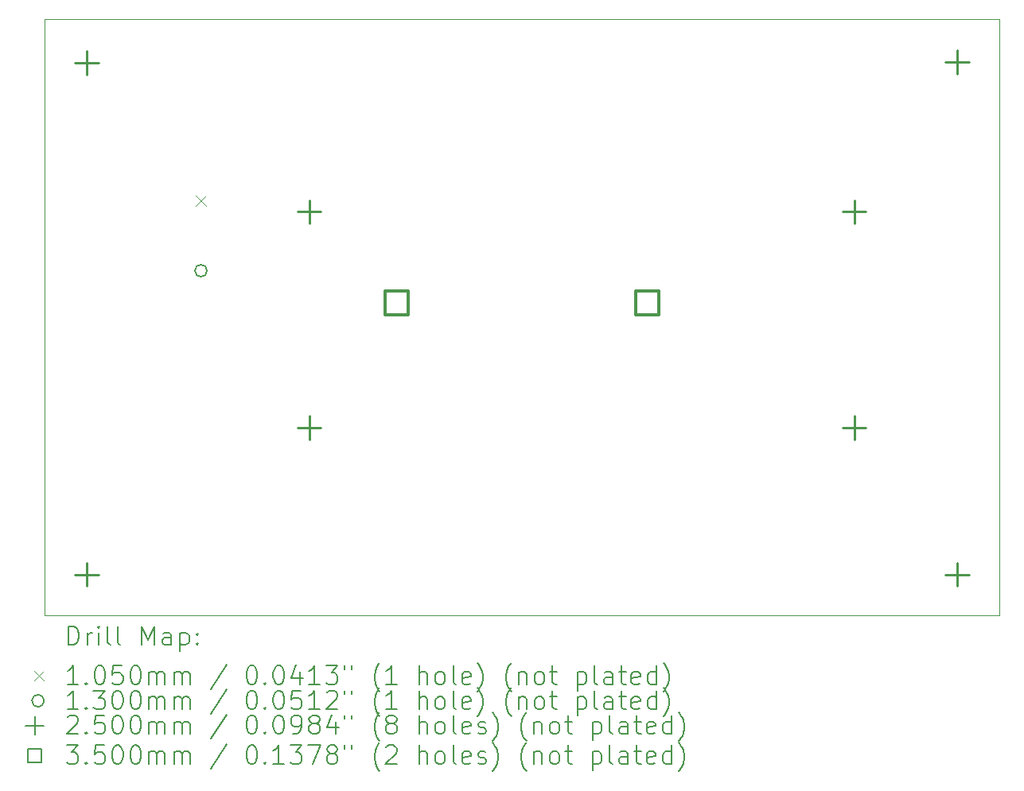
<source format=gbr>
%TF.GenerationSoftware,KiCad,Pcbnew,(6.0.7-1)-1*%
%TF.CreationDate,2023-01-21T15:23:19-06:00*%
%TF.ProjectId,Neutro_v1,4e657574-726f-45f7-9631-2e6b69636164,v1*%
%TF.SameCoordinates,Original*%
%TF.FileFunction,Drillmap*%
%TF.FilePolarity,Positive*%
%FSLAX45Y45*%
G04 Gerber Fmt 4.5, Leading zero omitted, Abs format (unit mm)*
G04 Created by KiCad (PCBNEW (6.0.7-1)-1) date 2023-01-21 15:23:19*
%MOMM*%
%LPD*%
G01*
G04 APERTURE LIST*
%ADD10C,0.100000*%
%ADD11C,0.200000*%
%ADD12C,0.105000*%
%ADD13C,0.130000*%
%ADD14C,0.250000*%
%ADD15C,0.350000*%
G04 APERTURE END LIST*
D10*
X10160000Y-6985000D02*
X20320000Y-6985000D01*
X20320000Y-6985000D02*
X20320000Y-13335000D01*
X20320000Y-13335000D02*
X10160000Y-13335000D01*
X10160000Y-13335000D02*
X10160000Y-6985000D01*
D11*
D12*
X11771200Y-8866210D02*
X11876200Y-8971210D01*
X11876200Y-8866210D02*
X11771200Y-8971210D01*
D13*
X11888700Y-9663710D02*
G75*
G03*
X11888700Y-9663710I-65000J0D01*
G01*
D14*
X10610000Y-7325000D02*
X10610000Y-7575000D01*
X10485000Y-7450000D02*
X10735000Y-7450000D01*
X10610000Y-12775000D02*
X10610000Y-13025000D01*
X10485000Y-12900000D02*
X10735000Y-12900000D01*
X12975000Y-8910800D02*
X12975000Y-9160800D01*
X12850000Y-9035800D02*
X13100000Y-9035800D01*
X12975000Y-11210800D02*
X12975000Y-11460800D01*
X12850000Y-11335800D02*
X13100000Y-11335800D01*
X18775000Y-8910800D02*
X18775000Y-9160800D01*
X18650000Y-9035800D02*
X18900000Y-9035800D01*
X18775000Y-11210800D02*
X18775000Y-11460800D01*
X18650000Y-11335800D02*
X18900000Y-11335800D01*
X19870000Y-7315000D02*
X19870000Y-7565000D01*
X19745000Y-7440000D02*
X19995000Y-7440000D01*
X19870000Y-12775000D02*
X19870000Y-13025000D01*
X19745000Y-12900000D02*
X19995000Y-12900000D01*
D15*
X14030245Y-10131345D02*
X14030245Y-9883855D01*
X13782755Y-9883855D01*
X13782755Y-10131345D01*
X14030245Y-10131345D01*
X16697245Y-10131345D02*
X16697245Y-9883855D01*
X16449755Y-9883855D01*
X16449755Y-10131345D01*
X16697245Y-10131345D01*
D11*
X10412619Y-13650476D02*
X10412619Y-13450476D01*
X10460238Y-13450476D01*
X10488810Y-13460000D01*
X10507857Y-13479048D01*
X10517381Y-13498095D01*
X10526905Y-13536190D01*
X10526905Y-13564762D01*
X10517381Y-13602857D01*
X10507857Y-13621905D01*
X10488810Y-13640952D01*
X10460238Y-13650476D01*
X10412619Y-13650476D01*
X10612619Y-13650476D02*
X10612619Y-13517143D01*
X10612619Y-13555238D02*
X10622143Y-13536190D01*
X10631667Y-13526667D01*
X10650714Y-13517143D01*
X10669762Y-13517143D01*
X10736429Y-13650476D02*
X10736429Y-13517143D01*
X10736429Y-13450476D02*
X10726905Y-13460000D01*
X10736429Y-13469524D01*
X10745952Y-13460000D01*
X10736429Y-13450476D01*
X10736429Y-13469524D01*
X10860238Y-13650476D02*
X10841190Y-13640952D01*
X10831667Y-13621905D01*
X10831667Y-13450476D01*
X10965000Y-13650476D02*
X10945952Y-13640952D01*
X10936429Y-13621905D01*
X10936429Y-13450476D01*
X11193571Y-13650476D02*
X11193571Y-13450476D01*
X11260238Y-13593333D01*
X11326905Y-13450476D01*
X11326905Y-13650476D01*
X11507857Y-13650476D02*
X11507857Y-13545714D01*
X11498333Y-13526667D01*
X11479286Y-13517143D01*
X11441190Y-13517143D01*
X11422143Y-13526667D01*
X11507857Y-13640952D02*
X11488809Y-13650476D01*
X11441190Y-13650476D01*
X11422143Y-13640952D01*
X11412619Y-13621905D01*
X11412619Y-13602857D01*
X11422143Y-13583809D01*
X11441190Y-13574286D01*
X11488809Y-13574286D01*
X11507857Y-13564762D01*
X11603095Y-13517143D02*
X11603095Y-13717143D01*
X11603095Y-13526667D02*
X11622143Y-13517143D01*
X11660238Y-13517143D01*
X11679286Y-13526667D01*
X11688809Y-13536190D01*
X11698333Y-13555238D01*
X11698333Y-13612381D01*
X11688809Y-13631428D01*
X11679286Y-13640952D01*
X11660238Y-13650476D01*
X11622143Y-13650476D01*
X11603095Y-13640952D01*
X11784048Y-13631428D02*
X11793571Y-13640952D01*
X11784048Y-13650476D01*
X11774524Y-13640952D01*
X11784048Y-13631428D01*
X11784048Y-13650476D01*
X11784048Y-13526667D02*
X11793571Y-13536190D01*
X11784048Y-13545714D01*
X11774524Y-13536190D01*
X11784048Y-13526667D01*
X11784048Y-13545714D01*
D12*
X10050000Y-13927500D02*
X10155000Y-14032500D01*
X10155000Y-13927500D02*
X10050000Y-14032500D01*
D11*
X10517381Y-14070476D02*
X10403095Y-14070476D01*
X10460238Y-14070476D02*
X10460238Y-13870476D01*
X10441190Y-13899048D01*
X10422143Y-13918095D01*
X10403095Y-13927619D01*
X10603095Y-14051428D02*
X10612619Y-14060952D01*
X10603095Y-14070476D01*
X10593571Y-14060952D01*
X10603095Y-14051428D01*
X10603095Y-14070476D01*
X10736429Y-13870476D02*
X10755476Y-13870476D01*
X10774524Y-13880000D01*
X10784048Y-13889524D01*
X10793571Y-13908571D01*
X10803095Y-13946667D01*
X10803095Y-13994286D01*
X10793571Y-14032381D01*
X10784048Y-14051428D01*
X10774524Y-14060952D01*
X10755476Y-14070476D01*
X10736429Y-14070476D01*
X10717381Y-14060952D01*
X10707857Y-14051428D01*
X10698333Y-14032381D01*
X10688810Y-13994286D01*
X10688810Y-13946667D01*
X10698333Y-13908571D01*
X10707857Y-13889524D01*
X10717381Y-13880000D01*
X10736429Y-13870476D01*
X10984048Y-13870476D02*
X10888810Y-13870476D01*
X10879286Y-13965714D01*
X10888810Y-13956190D01*
X10907857Y-13946667D01*
X10955476Y-13946667D01*
X10974524Y-13956190D01*
X10984048Y-13965714D01*
X10993571Y-13984762D01*
X10993571Y-14032381D01*
X10984048Y-14051428D01*
X10974524Y-14060952D01*
X10955476Y-14070476D01*
X10907857Y-14070476D01*
X10888810Y-14060952D01*
X10879286Y-14051428D01*
X11117381Y-13870476D02*
X11136429Y-13870476D01*
X11155476Y-13880000D01*
X11165000Y-13889524D01*
X11174524Y-13908571D01*
X11184048Y-13946667D01*
X11184048Y-13994286D01*
X11174524Y-14032381D01*
X11165000Y-14051428D01*
X11155476Y-14060952D01*
X11136429Y-14070476D01*
X11117381Y-14070476D01*
X11098333Y-14060952D01*
X11088810Y-14051428D01*
X11079286Y-14032381D01*
X11069762Y-13994286D01*
X11069762Y-13946667D01*
X11079286Y-13908571D01*
X11088810Y-13889524D01*
X11098333Y-13880000D01*
X11117381Y-13870476D01*
X11269762Y-14070476D02*
X11269762Y-13937143D01*
X11269762Y-13956190D02*
X11279286Y-13946667D01*
X11298333Y-13937143D01*
X11326905Y-13937143D01*
X11345952Y-13946667D01*
X11355476Y-13965714D01*
X11355476Y-14070476D01*
X11355476Y-13965714D02*
X11365000Y-13946667D01*
X11384048Y-13937143D01*
X11412619Y-13937143D01*
X11431667Y-13946667D01*
X11441190Y-13965714D01*
X11441190Y-14070476D01*
X11536428Y-14070476D02*
X11536428Y-13937143D01*
X11536428Y-13956190D02*
X11545952Y-13946667D01*
X11565000Y-13937143D01*
X11593571Y-13937143D01*
X11612619Y-13946667D01*
X11622143Y-13965714D01*
X11622143Y-14070476D01*
X11622143Y-13965714D02*
X11631667Y-13946667D01*
X11650714Y-13937143D01*
X11679286Y-13937143D01*
X11698333Y-13946667D01*
X11707857Y-13965714D01*
X11707857Y-14070476D01*
X12098333Y-13860952D02*
X11926905Y-14118095D01*
X12355476Y-13870476D02*
X12374524Y-13870476D01*
X12393571Y-13880000D01*
X12403095Y-13889524D01*
X12412619Y-13908571D01*
X12422143Y-13946667D01*
X12422143Y-13994286D01*
X12412619Y-14032381D01*
X12403095Y-14051428D01*
X12393571Y-14060952D01*
X12374524Y-14070476D01*
X12355476Y-14070476D01*
X12336428Y-14060952D01*
X12326905Y-14051428D01*
X12317381Y-14032381D01*
X12307857Y-13994286D01*
X12307857Y-13946667D01*
X12317381Y-13908571D01*
X12326905Y-13889524D01*
X12336428Y-13880000D01*
X12355476Y-13870476D01*
X12507857Y-14051428D02*
X12517381Y-14060952D01*
X12507857Y-14070476D01*
X12498333Y-14060952D01*
X12507857Y-14051428D01*
X12507857Y-14070476D01*
X12641190Y-13870476D02*
X12660238Y-13870476D01*
X12679286Y-13880000D01*
X12688809Y-13889524D01*
X12698333Y-13908571D01*
X12707857Y-13946667D01*
X12707857Y-13994286D01*
X12698333Y-14032381D01*
X12688809Y-14051428D01*
X12679286Y-14060952D01*
X12660238Y-14070476D01*
X12641190Y-14070476D01*
X12622143Y-14060952D01*
X12612619Y-14051428D01*
X12603095Y-14032381D01*
X12593571Y-13994286D01*
X12593571Y-13946667D01*
X12603095Y-13908571D01*
X12612619Y-13889524D01*
X12622143Y-13880000D01*
X12641190Y-13870476D01*
X12879286Y-13937143D02*
X12879286Y-14070476D01*
X12831667Y-13860952D02*
X12784048Y-14003809D01*
X12907857Y-14003809D01*
X13088809Y-14070476D02*
X12974524Y-14070476D01*
X13031667Y-14070476D02*
X13031667Y-13870476D01*
X13012619Y-13899048D01*
X12993571Y-13918095D01*
X12974524Y-13927619D01*
X13155476Y-13870476D02*
X13279286Y-13870476D01*
X13212619Y-13946667D01*
X13241190Y-13946667D01*
X13260238Y-13956190D01*
X13269762Y-13965714D01*
X13279286Y-13984762D01*
X13279286Y-14032381D01*
X13269762Y-14051428D01*
X13260238Y-14060952D01*
X13241190Y-14070476D01*
X13184048Y-14070476D01*
X13165000Y-14060952D01*
X13155476Y-14051428D01*
X13355476Y-13870476D02*
X13355476Y-13908571D01*
X13431667Y-13870476D02*
X13431667Y-13908571D01*
X13726905Y-14146667D02*
X13717381Y-14137143D01*
X13698333Y-14108571D01*
X13688809Y-14089524D01*
X13679286Y-14060952D01*
X13669762Y-14013333D01*
X13669762Y-13975238D01*
X13679286Y-13927619D01*
X13688809Y-13899048D01*
X13698333Y-13880000D01*
X13717381Y-13851428D01*
X13726905Y-13841905D01*
X13907857Y-14070476D02*
X13793571Y-14070476D01*
X13850714Y-14070476D02*
X13850714Y-13870476D01*
X13831667Y-13899048D01*
X13812619Y-13918095D01*
X13793571Y-13927619D01*
X14145952Y-14070476D02*
X14145952Y-13870476D01*
X14231667Y-14070476D02*
X14231667Y-13965714D01*
X14222143Y-13946667D01*
X14203095Y-13937143D01*
X14174524Y-13937143D01*
X14155476Y-13946667D01*
X14145952Y-13956190D01*
X14355476Y-14070476D02*
X14336428Y-14060952D01*
X14326905Y-14051428D01*
X14317381Y-14032381D01*
X14317381Y-13975238D01*
X14326905Y-13956190D01*
X14336428Y-13946667D01*
X14355476Y-13937143D01*
X14384048Y-13937143D01*
X14403095Y-13946667D01*
X14412619Y-13956190D01*
X14422143Y-13975238D01*
X14422143Y-14032381D01*
X14412619Y-14051428D01*
X14403095Y-14060952D01*
X14384048Y-14070476D01*
X14355476Y-14070476D01*
X14536428Y-14070476D02*
X14517381Y-14060952D01*
X14507857Y-14041905D01*
X14507857Y-13870476D01*
X14688809Y-14060952D02*
X14669762Y-14070476D01*
X14631667Y-14070476D01*
X14612619Y-14060952D01*
X14603095Y-14041905D01*
X14603095Y-13965714D01*
X14612619Y-13946667D01*
X14631667Y-13937143D01*
X14669762Y-13937143D01*
X14688809Y-13946667D01*
X14698333Y-13965714D01*
X14698333Y-13984762D01*
X14603095Y-14003809D01*
X14765000Y-14146667D02*
X14774524Y-14137143D01*
X14793571Y-14108571D01*
X14803095Y-14089524D01*
X14812619Y-14060952D01*
X14822143Y-14013333D01*
X14822143Y-13975238D01*
X14812619Y-13927619D01*
X14803095Y-13899048D01*
X14793571Y-13880000D01*
X14774524Y-13851428D01*
X14765000Y-13841905D01*
X15126905Y-14146667D02*
X15117381Y-14137143D01*
X15098333Y-14108571D01*
X15088809Y-14089524D01*
X15079286Y-14060952D01*
X15069762Y-14013333D01*
X15069762Y-13975238D01*
X15079286Y-13927619D01*
X15088809Y-13899048D01*
X15098333Y-13880000D01*
X15117381Y-13851428D01*
X15126905Y-13841905D01*
X15203095Y-13937143D02*
X15203095Y-14070476D01*
X15203095Y-13956190D02*
X15212619Y-13946667D01*
X15231667Y-13937143D01*
X15260238Y-13937143D01*
X15279286Y-13946667D01*
X15288809Y-13965714D01*
X15288809Y-14070476D01*
X15412619Y-14070476D02*
X15393571Y-14060952D01*
X15384048Y-14051428D01*
X15374524Y-14032381D01*
X15374524Y-13975238D01*
X15384048Y-13956190D01*
X15393571Y-13946667D01*
X15412619Y-13937143D01*
X15441190Y-13937143D01*
X15460238Y-13946667D01*
X15469762Y-13956190D01*
X15479286Y-13975238D01*
X15479286Y-14032381D01*
X15469762Y-14051428D01*
X15460238Y-14060952D01*
X15441190Y-14070476D01*
X15412619Y-14070476D01*
X15536428Y-13937143D02*
X15612619Y-13937143D01*
X15565000Y-13870476D02*
X15565000Y-14041905D01*
X15574524Y-14060952D01*
X15593571Y-14070476D01*
X15612619Y-14070476D01*
X15831667Y-13937143D02*
X15831667Y-14137143D01*
X15831667Y-13946667D02*
X15850714Y-13937143D01*
X15888809Y-13937143D01*
X15907857Y-13946667D01*
X15917381Y-13956190D01*
X15926905Y-13975238D01*
X15926905Y-14032381D01*
X15917381Y-14051428D01*
X15907857Y-14060952D01*
X15888809Y-14070476D01*
X15850714Y-14070476D01*
X15831667Y-14060952D01*
X16041190Y-14070476D02*
X16022143Y-14060952D01*
X16012619Y-14041905D01*
X16012619Y-13870476D01*
X16203095Y-14070476D02*
X16203095Y-13965714D01*
X16193571Y-13946667D01*
X16174524Y-13937143D01*
X16136428Y-13937143D01*
X16117381Y-13946667D01*
X16203095Y-14060952D02*
X16184048Y-14070476D01*
X16136428Y-14070476D01*
X16117381Y-14060952D01*
X16107857Y-14041905D01*
X16107857Y-14022857D01*
X16117381Y-14003809D01*
X16136428Y-13994286D01*
X16184048Y-13994286D01*
X16203095Y-13984762D01*
X16269762Y-13937143D02*
X16345952Y-13937143D01*
X16298333Y-13870476D02*
X16298333Y-14041905D01*
X16307857Y-14060952D01*
X16326905Y-14070476D01*
X16345952Y-14070476D01*
X16488809Y-14060952D02*
X16469762Y-14070476D01*
X16431667Y-14070476D01*
X16412619Y-14060952D01*
X16403095Y-14041905D01*
X16403095Y-13965714D01*
X16412619Y-13946667D01*
X16431667Y-13937143D01*
X16469762Y-13937143D01*
X16488809Y-13946667D01*
X16498333Y-13965714D01*
X16498333Y-13984762D01*
X16403095Y-14003809D01*
X16669762Y-14070476D02*
X16669762Y-13870476D01*
X16669762Y-14060952D02*
X16650714Y-14070476D01*
X16612619Y-14070476D01*
X16593571Y-14060952D01*
X16584048Y-14051428D01*
X16574524Y-14032381D01*
X16574524Y-13975238D01*
X16584048Y-13956190D01*
X16593571Y-13946667D01*
X16612619Y-13937143D01*
X16650714Y-13937143D01*
X16669762Y-13946667D01*
X16745952Y-14146667D02*
X16755476Y-14137143D01*
X16774524Y-14108571D01*
X16784048Y-14089524D01*
X16793571Y-14060952D01*
X16803095Y-14013333D01*
X16803095Y-13975238D01*
X16793571Y-13927619D01*
X16784048Y-13899048D01*
X16774524Y-13880000D01*
X16755476Y-13851428D01*
X16745952Y-13841905D01*
D13*
X10155000Y-14244000D02*
G75*
G03*
X10155000Y-14244000I-65000J0D01*
G01*
D11*
X10517381Y-14334476D02*
X10403095Y-14334476D01*
X10460238Y-14334476D02*
X10460238Y-14134476D01*
X10441190Y-14163048D01*
X10422143Y-14182095D01*
X10403095Y-14191619D01*
X10603095Y-14315428D02*
X10612619Y-14324952D01*
X10603095Y-14334476D01*
X10593571Y-14324952D01*
X10603095Y-14315428D01*
X10603095Y-14334476D01*
X10679286Y-14134476D02*
X10803095Y-14134476D01*
X10736429Y-14210667D01*
X10765000Y-14210667D01*
X10784048Y-14220190D01*
X10793571Y-14229714D01*
X10803095Y-14248762D01*
X10803095Y-14296381D01*
X10793571Y-14315428D01*
X10784048Y-14324952D01*
X10765000Y-14334476D01*
X10707857Y-14334476D01*
X10688810Y-14324952D01*
X10679286Y-14315428D01*
X10926905Y-14134476D02*
X10945952Y-14134476D01*
X10965000Y-14144000D01*
X10974524Y-14153524D01*
X10984048Y-14172571D01*
X10993571Y-14210667D01*
X10993571Y-14258286D01*
X10984048Y-14296381D01*
X10974524Y-14315428D01*
X10965000Y-14324952D01*
X10945952Y-14334476D01*
X10926905Y-14334476D01*
X10907857Y-14324952D01*
X10898333Y-14315428D01*
X10888810Y-14296381D01*
X10879286Y-14258286D01*
X10879286Y-14210667D01*
X10888810Y-14172571D01*
X10898333Y-14153524D01*
X10907857Y-14144000D01*
X10926905Y-14134476D01*
X11117381Y-14134476D02*
X11136429Y-14134476D01*
X11155476Y-14144000D01*
X11165000Y-14153524D01*
X11174524Y-14172571D01*
X11184048Y-14210667D01*
X11184048Y-14258286D01*
X11174524Y-14296381D01*
X11165000Y-14315428D01*
X11155476Y-14324952D01*
X11136429Y-14334476D01*
X11117381Y-14334476D01*
X11098333Y-14324952D01*
X11088810Y-14315428D01*
X11079286Y-14296381D01*
X11069762Y-14258286D01*
X11069762Y-14210667D01*
X11079286Y-14172571D01*
X11088810Y-14153524D01*
X11098333Y-14144000D01*
X11117381Y-14134476D01*
X11269762Y-14334476D02*
X11269762Y-14201143D01*
X11269762Y-14220190D02*
X11279286Y-14210667D01*
X11298333Y-14201143D01*
X11326905Y-14201143D01*
X11345952Y-14210667D01*
X11355476Y-14229714D01*
X11355476Y-14334476D01*
X11355476Y-14229714D02*
X11365000Y-14210667D01*
X11384048Y-14201143D01*
X11412619Y-14201143D01*
X11431667Y-14210667D01*
X11441190Y-14229714D01*
X11441190Y-14334476D01*
X11536428Y-14334476D02*
X11536428Y-14201143D01*
X11536428Y-14220190D02*
X11545952Y-14210667D01*
X11565000Y-14201143D01*
X11593571Y-14201143D01*
X11612619Y-14210667D01*
X11622143Y-14229714D01*
X11622143Y-14334476D01*
X11622143Y-14229714D02*
X11631667Y-14210667D01*
X11650714Y-14201143D01*
X11679286Y-14201143D01*
X11698333Y-14210667D01*
X11707857Y-14229714D01*
X11707857Y-14334476D01*
X12098333Y-14124952D02*
X11926905Y-14382095D01*
X12355476Y-14134476D02*
X12374524Y-14134476D01*
X12393571Y-14144000D01*
X12403095Y-14153524D01*
X12412619Y-14172571D01*
X12422143Y-14210667D01*
X12422143Y-14258286D01*
X12412619Y-14296381D01*
X12403095Y-14315428D01*
X12393571Y-14324952D01*
X12374524Y-14334476D01*
X12355476Y-14334476D01*
X12336428Y-14324952D01*
X12326905Y-14315428D01*
X12317381Y-14296381D01*
X12307857Y-14258286D01*
X12307857Y-14210667D01*
X12317381Y-14172571D01*
X12326905Y-14153524D01*
X12336428Y-14144000D01*
X12355476Y-14134476D01*
X12507857Y-14315428D02*
X12517381Y-14324952D01*
X12507857Y-14334476D01*
X12498333Y-14324952D01*
X12507857Y-14315428D01*
X12507857Y-14334476D01*
X12641190Y-14134476D02*
X12660238Y-14134476D01*
X12679286Y-14144000D01*
X12688809Y-14153524D01*
X12698333Y-14172571D01*
X12707857Y-14210667D01*
X12707857Y-14258286D01*
X12698333Y-14296381D01*
X12688809Y-14315428D01*
X12679286Y-14324952D01*
X12660238Y-14334476D01*
X12641190Y-14334476D01*
X12622143Y-14324952D01*
X12612619Y-14315428D01*
X12603095Y-14296381D01*
X12593571Y-14258286D01*
X12593571Y-14210667D01*
X12603095Y-14172571D01*
X12612619Y-14153524D01*
X12622143Y-14144000D01*
X12641190Y-14134476D01*
X12888809Y-14134476D02*
X12793571Y-14134476D01*
X12784048Y-14229714D01*
X12793571Y-14220190D01*
X12812619Y-14210667D01*
X12860238Y-14210667D01*
X12879286Y-14220190D01*
X12888809Y-14229714D01*
X12898333Y-14248762D01*
X12898333Y-14296381D01*
X12888809Y-14315428D01*
X12879286Y-14324952D01*
X12860238Y-14334476D01*
X12812619Y-14334476D01*
X12793571Y-14324952D01*
X12784048Y-14315428D01*
X13088809Y-14334476D02*
X12974524Y-14334476D01*
X13031667Y-14334476D02*
X13031667Y-14134476D01*
X13012619Y-14163048D01*
X12993571Y-14182095D01*
X12974524Y-14191619D01*
X13165000Y-14153524D02*
X13174524Y-14144000D01*
X13193571Y-14134476D01*
X13241190Y-14134476D01*
X13260238Y-14144000D01*
X13269762Y-14153524D01*
X13279286Y-14172571D01*
X13279286Y-14191619D01*
X13269762Y-14220190D01*
X13155476Y-14334476D01*
X13279286Y-14334476D01*
X13355476Y-14134476D02*
X13355476Y-14172571D01*
X13431667Y-14134476D02*
X13431667Y-14172571D01*
X13726905Y-14410667D02*
X13717381Y-14401143D01*
X13698333Y-14372571D01*
X13688809Y-14353524D01*
X13679286Y-14324952D01*
X13669762Y-14277333D01*
X13669762Y-14239238D01*
X13679286Y-14191619D01*
X13688809Y-14163048D01*
X13698333Y-14144000D01*
X13717381Y-14115428D01*
X13726905Y-14105905D01*
X13907857Y-14334476D02*
X13793571Y-14334476D01*
X13850714Y-14334476D02*
X13850714Y-14134476D01*
X13831667Y-14163048D01*
X13812619Y-14182095D01*
X13793571Y-14191619D01*
X14145952Y-14334476D02*
X14145952Y-14134476D01*
X14231667Y-14334476D02*
X14231667Y-14229714D01*
X14222143Y-14210667D01*
X14203095Y-14201143D01*
X14174524Y-14201143D01*
X14155476Y-14210667D01*
X14145952Y-14220190D01*
X14355476Y-14334476D02*
X14336428Y-14324952D01*
X14326905Y-14315428D01*
X14317381Y-14296381D01*
X14317381Y-14239238D01*
X14326905Y-14220190D01*
X14336428Y-14210667D01*
X14355476Y-14201143D01*
X14384048Y-14201143D01*
X14403095Y-14210667D01*
X14412619Y-14220190D01*
X14422143Y-14239238D01*
X14422143Y-14296381D01*
X14412619Y-14315428D01*
X14403095Y-14324952D01*
X14384048Y-14334476D01*
X14355476Y-14334476D01*
X14536428Y-14334476D02*
X14517381Y-14324952D01*
X14507857Y-14305905D01*
X14507857Y-14134476D01*
X14688809Y-14324952D02*
X14669762Y-14334476D01*
X14631667Y-14334476D01*
X14612619Y-14324952D01*
X14603095Y-14305905D01*
X14603095Y-14229714D01*
X14612619Y-14210667D01*
X14631667Y-14201143D01*
X14669762Y-14201143D01*
X14688809Y-14210667D01*
X14698333Y-14229714D01*
X14698333Y-14248762D01*
X14603095Y-14267809D01*
X14765000Y-14410667D02*
X14774524Y-14401143D01*
X14793571Y-14372571D01*
X14803095Y-14353524D01*
X14812619Y-14324952D01*
X14822143Y-14277333D01*
X14822143Y-14239238D01*
X14812619Y-14191619D01*
X14803095Y-14163048D01*
X14793571Y-14144000D01*
X14774524Y-14115428D01*
X14765000Y-14105905D01*
X15126905Y-14410667D02*
X15117381Y-14401143D01*
X15098333Y-14372571D01*
X15088809Y-14353524D01*
X15079286Y-14324952D01*
X15069762Y-14277333D01*
X15069762Y-14239238D01*
X15079286Y-14191619D01*
X15088809Y-14163048D01*
X15098333Y-14144000D01*
X15117381Y-14115428D01*
X15126905Y-14105905D01*
X15203095Y-14201143D02*
X15203095Y-14334476D01*
X15203095Y-14220190D02*
X15212619Y-14210667D01*
X15231667Y-14201143D01*
X15260238Y-14201143D01*
X15279286Y-14210667D01*
X15288809Y-14229714D01*
X15288809Y-14334476D01*
X15412619Y-14334476D02*
X15393571Y-14324952D01*
X15384048Y-14315428D01*
X15374524Y-14296381D01*
X15374524Y-14239238D01*
X15384048Y-14220190D01*
X15393571Y-14210667D01*
X15412619Y-14201143D01*
X15441190Y-14201143D01*
X15460238Y-14210667D01*
X15469762Y-14220190D01*
X15479286Y-14239238D01*
X15479286Y-14296381D01*
X15469762Y-14315428D01*
X15460238Y-14324952D01*
X15441190Y-14334476D01*
X15412619Y-14334476D01*
X15536428Y-14201143D02*
X15612619Y-14201143D01*
X15565000Y-14134476D02*
X15565000Y-14305905D01*
X15574524Y-14324952D01*
X15593571Y-14334476D01*
X15612619Y-14334476D01*
X15831667Y-14201143D02*
X15831667Y-14401143D01*
X15831667Y-14210667D02*
X15850714Y-14201143D01*
X15888809Y-14201143D01*
X15907857Y-14210667D01*
X15917381Y-14220190D01*
X15926905Y-14239238D01*
X15926905Y-14296381D01*
X15917381Y-14315428D01*
X15907857Y-14324952D01*
X15888809Y-14334476D01*
X15850714Y-14334476D01*
X15831667Y-14324952D01*
X16041190Y-14334476D02*
X16022143Y-14324952D01*
X16012619Y-14305905D01*
X16012619Y-14134476D01*
X16203095Y-14334476D02*
X16203095Y-14229714D01*
X16193571Y-14210667D01*
X16174524Y-14201143D01*
X16136428Y-14201143D01*
X16117381Y-14210667D01*
X16203095Y-14324952D02*
X16184048Y-14334476D01*
X16136428Y-14334476D01*
X16117381Y-14324952D01*
X16107857Y-14305905D01*
X16107857Y-14286857D01*
X16117381Y-14267809D01*
X16136428Y-14258286D01*
X16184048Y-14258286D01*
X16203095Y-14248762D01*
X16269762Y-14201143D02*
X16345952Y-14201143D01*
X16298333Y-14134476D02*
X16298333Y-14305905D01*
X16307857Y-14324952D01*
X16326905Y-14334476D01*
X16345952Y-14334476D01*
X16488809Y-14324952D02*
X16469762Y-14334476D01*
X16431667Y-14334476D01*
X16412619Y-14324952D01*
X16403095Y-14305905D01*
X16403095Y-14229714D01*
X16412619Y-14210667D01*
X16431667Y-14201143D01*
X16469762Y-14201143D01*
X16488809Y-14210667D01*
X16498333Y-14229714D01*
X16498333Y-14248762D01*
X16403095Y-14267809D01*
X16669762Y-14334476D02*
X16669762Y-14134476D01*
X16669762Y-14324952D02*
X16650714Y-14334476D01*
X16612619Y-14334476D01*
X16593571Y-14324952D01*
X16584048Y-14315428D01*
X16574524Y-14296381D01*
X16574524Y-14239238D01*
X16584048Y-14220190D01*
X16593571Y-14210667D01*
X16612619Y-14201143D01*
X16650714Y-14201143D01*
X16669762Y-14210667D01*
X16745952Y-14410667D02*
X16755476Y-14401143D01*
X16774524Y-14372571D01*
X16784048Y-14353524D01*
X16793571Y-14324952D01*
X16803095Y-14277333D01*
X16803095Y-14239238D01*
X16793571Y-14191619D01*
X16784048Y-14163048D01*
X16774524Y-14144000D01*
X16755476Y-14115428D01*
X16745952Y-14105905D01*
X10055000Y-14408000D02*
X10055000Y-14608000D01*
X9955000Y-14508000D02*
X10155000Y-14508000D01*
X10403095Y-14417524D02*
X10412619Y-14408000D01*
X10431667Y-14398476D01*
X10479286Y-14398476D01*
X10498333Y-14408000D01*
X10507857Y-14417524D01*
X10517381Y-14436571D01*
X10517381Y-14455619D01*
X10507857Y-14484190D01*
X10393571Y-14598476D01*
X10517381Y-14598476D01*
X10603095Y-14579428D02*
X10612619Y-14588952D01*
X10603095Y-14598476D01*
X10593571Y-14588952D01*
X10603095Y-14579428D01*
X10603095Y-14598476D01*
X10793571Y-14398476D02*
X10698333Y-14398476D01*
X10688810Y-14493714D01*
X10698333Y-14484190D01*
X10717381Y-14474667D01*
X10765000Y-14474667D01*
X10784048Y-14484190D01*
X10793571Y-14493714D01*
X10803095Y-14512762D01*
X10803095Y-14560381D01*
X10793571Y-14579428D01*
X10784048Y-14588952D01*
X10765000Y-14598476D01*
X10717381Y-14598476D01*
X10698333Y-14588952D01*
X10688810Y-14579428D01*
X10926905Y-14398476D02*
X10945952Y-14398476D01*
X10965000Y-14408000D01*
X10974524Y-14417524D01*
X10984048Y-14436571D01*
X10993571Y-14474667D01*
X10993571Y-14522286D01*
X10984048Y-14560381D01*
X10974524Y-14579428D01*
X10965000Y-14588952D01*
X10945952Y-14598476D01*
X10926905Y-14598476D01*
X10907857Y-14588952D01*
X10898333Y-14579428D01*
X10888810Y-14560381D01*
X10879286Y-14522286D01*
X10879286Y-14474667D01*
X10888810Y-14436571D01*
X10898333Y-14417524D01*
X10907857Y-14408000D01*
X10926905Y-14398476D01*
X11117381Y-14398476D02*
X11136429Y-14398476D01*
X11155476Y-14408000D01*
X11165000Y-14417524D01*
X11174524Y-14436571D01*
X11184048Y-14474667D01*
X11184048Y-14522286D01*
X11174524Y-14560381D01*
X11165000Y-14579428D01*
X11155476Y-14588952D01*
X11136429Y-14598476D01*
X11117381Y-14598476D01*
X11098333Y-14588952D01*
X11088810Y-14579428D01*
X11079286Y-14560381D01*
X11069762Y-14522286D01*
X11069762Y-14474667D01*
X11079286Y-14436571D01*
X11088810Y-14417524D01*
X11098333Y-14408000D01*
X11117381Y-14398476D01*
X11269762Y-14598476D02*
X11269762Y-14465143D01*
X11269762Y-14484190D02*
X11279286Y-14474667D01*
X11298333Y-14465143D01*
X11326905Y-14465143D01*
X11345952Y-14474667D01*
X11355476Y-14493714D01*
X11355476Y-14598476D01*
X11355476Y-14493714D02*
X11365000Y-14474667D01*
X11384048Y-14465143D01*
X11412619Y-14465143D01*
X11431667Y-14474667D01*
X11441190Y-14493714D01*
X11441190Y-14598476D01*
X11536428Y-14598476D02*
X11536428Y-14465143D01*
X11536428Y-14484190D02*
X11545952Y-14474667D01*
X11565000Y-14465143D01*
X11593571Y-14465143D01*
X11612619Y-14474667D01*
X11622143Y-14493714D01*
X11622143Y-14598476D01*
X11622143Y-14493714D02*
X11631667Y-14474667D01*
X11650714Y-14465143D01*
X11679286Y-14465143D01*
X11698333Y-14474667D01*
X11707857Y-14493714D01*
X11707857Y-14598476D01*
X12098333Y-14388952D02*
X11926905Y-14646095D01*
X12355476Y-14398476D02*
X12374524Y-14398476D01*
X12393571Y-14408000D01*
X12403095Y-14417524D01*
X12412619Y-14436571D01*
X12422143Y-14474667D01*
X12422143Y-14522286D01*
X12412619Y-14560381D01*
X12403095Y-14579428D01*
X12393571Y-14588952D01*
X12374524Y-14598476D01*
X12355476Y-14598476D01*
X12336428Y-14588952D01*
X12326905Y-14579428D01*
X12317381Y-14560381D01*
X12307857Y-14522286D01*
X12307857Y-14474667D01*
X12317381Y-14436571D01*
X12326905Y-14417524D01*
X12336428Y-14408000D01*
X12355476Y-14398476D01*
X12507857Y-14579428D02*
X12517381Y-14588952D01*
X12507857Y-14598476D01*
X12498333Y-14588952D01*
X12507857Y-14579428D01*
X12507857Y-14598476D01*
X12641190Y-14398476D02*
X12660238Y-14398476D01*
X12679286Y-14408000D01*
X12688809Y-14417524D01*
X12698333Y-14436571D01*
X12707857Y-14474667D01*
X12707857Y-14522286D01*
X12698333Y-14560381D01*
X12688809Y-14579428D01*
X12679286Y-14588952D01*
X12660238Y-14598476D01*
X12641190Y-14598476D01*
X12622143Y-14588952D01*
X12612619Y-14579428D01*
X12603095Y-14560381D01*
X12593571Y-14522286D01*
X12593571Y-14474667D01*
X12603095Y-14436571D01*
X12612619Y-14417524D01*
X12622143Y-14408000D01*
X12641190Y-14398476D01*
X12803095Y-14598476D02*
X12841190Y-14598476D01*
X12860238Y-14588952D01*
X12869762Y-14579428D01*
X12888809Y-14550857D01*
X12898333Y-14512762D01*
X12898333Y-14436571D01*
X12888809Y-14417524D01*
X12879286Y-14408000D01*
X12860238Y-14398476D01*
X12822143Y-14398476D01*
X12803095Y-14408000D01*
X12793571Y-14417524D01*
X12784048Y-14436571D01*
X12784048Y-14484190D01*
X12793571Y-14503238D01*
X12803095Y-14512762D01*
X12822143Y-14522286D01*
X12860238Y-14522286D01*
X12879286Y-14512762D01*
X12888809Y-14503238D01*
X12898333Y-14484190D01*
X13012619Y-14484190D02*
X12993571Y-14474667D01*
X12984048Y-14465143D01*
X12974524Y-14446095D01*
X12974524Y-14436571D01*
X12984048Y-14417524D01*
X12993571Y-14408000D01*
X13012619Y-14398476D01*
X13050714Y-14398476D01*
X13069762Y-14408000D01*
X13079286Y-14417524D01*
X13088809Y-14436571D01*
X13088809Y-14446095D01*
X13079286Y-14465143D01*
X13069762Y-14474667D01*
X13050714Y-14484190D01*
X13012619Y-14484190D01*
X12993571Y-14493714D01*
X12984048Y-14503238D01*
X12974524Y-14522286D01*
X12974524Y-14560381D01*
X12984048Y-14579428D01*
X12993571Y-14588952D01*
X13012619Y-14598476D01*
X13050714Y-14598476D01*
X13069762Y-14588952D01*
X13079286Y-14579428D01*
X13088809Y-14560381D01*
X13088809Y-14522286D01*
X13079286Y-14503238D01*
X13069762Y-14493714D01*
X13050714Y-14484190D01*
X13260238Y-14465143D02*
X13260238Y-14598476D01*
X13212619Y-14388952D02*
X13165000Y-14531809D01*
X13288809Y-14531809D01*
X13355476Y-14398476D02*
X13355476Y-14436571D01*
X13431667Y-14398476D02*
X13431667Y-14436571D01*
X13726905Y-14674667D02*
X13717381Y-14665143D01*
X13698333Y-14636571D01*
X13688809Y-14617524D01*
X13679286Y-14588952D01*
X13669762Y-14541333D01*
X13669762Y-14503238D01*
X13679286Y-14455619D01*
X13688809Y-14427048D01*
X13698333Y-14408000D01*
X13717381Y-14379428D01*
X13726905Y-14369905D01*
X13831667Y-14484190D02*
X13812619Y-14474667D01*
X13803095Y-14465143D01*
X13793571Y-14446095D01*
X13793571Y-14436571D01*
X13803095Y-14417524D01*
X13812619Y-14408000D01*
X13831667Y-14398476D01*
X13869762Y-14398476D01*
X13888809Y-14408000D01*
X13898333Y-14417524D01*
X13907857Y-14436571D01*
X13907857Y-14446095D01*
X13898333Y-14465143D01*
X13888809Y-14474667D01*
X13869762Y-14484190D01*
X13831667Y-14484190D01*
X13812619Y-14493714D01*
X13803095Y-14503238D01*
X13793571Y-14522286D01*
X13793571Y-14560381D01*
X13803095Y-14579428D01*
X13812619Y-14588952D01*
X13831667Y-14598476D01*
X13869762Y-14598476D01*
X13888809Y-14588952D01*
X13898333Y-14579428D01*
X13907857Y-14560381D01*
X13907857Y-14522286D01*
X13898333Y-14503238D01*
X13888809Y-14493714D01*
X13869762Y-14484190D01*
X14145952Y-14598476D02*
X14145952Y-14398476D01*
X14231667Y-14598476D02*
X14231667Y-14493714D01*
X14222143Y-14474667D01*
X14203095Y-14465143D01*
X14174524Y-14465143D01*
X14155476Y-14474667D01*
X14145952Y-14484190D01*
X14355476Y-14598476D02*
X14336428Y-14588952D01*
X14326905Y-14579428D01*
X14317381Y-14560381D01*
X14317381Y-14503238D01*
X14326905Y-14484190D01*
X14336428Y-14474667D01*
X14355476Y-14465143D01*
X14384048Y-14465143D01*
X14403095Y-14474667D01*
X14412619Y-14484190D01*
X14422143Y-14503238D01*
X14422143Y-14560381D01*
X14412619Y-14579428D01*
X14403095Y-14588952D01*
X14384048Y-14598476D01*
X14355476Y-14598476D01*
X14536428Y-14598476D02*
X14517381Y-14588952D01*
X14507857Y-14569905D01*
X14507857Y-14398476D01*
X14688809Y-14588952D02*
X14669762Y-14598476D01*
X14631667Y-14598476D01*
X14612619Y-14588952D01*
X14603095Y-14569905D01*
X14603095Y-14493714D01*
X14612619Y-14474667D01*
X14631667Y-14465143D01*
X14669762Y-14465143D01*
X14688809Y-14474667D01*
X14698333Y-14493714D01*
X14698333Y-14512762D01*
X14603095Y-14531809D01*
X14774524Y-14588952D02*
X14793571Y-14598476D01*
X14831667Y-14598476D01*
X14850714Y-14588952D01*
X14860238Y-14569905D01*
X14860238Y-14560381D01*
X14850714Y-14541333D01*
X14831667Y-14531809D01*
X14803095Y-14531809D01*
X14784048Y-14522286D01*
X14774524Y-14503238D01*
X14774524Y-14493714D01*
X14784048Y-14474667D01*
X14803095Y-14465143D01*
X14831667Y-14465143D01*
X14850714Y-14474667D01*
X14926905Y-14674667D02*
X14936428Y-14665143D01*
X14955476Y-14636571D01*
X14965000Y-14617524D01*
X14974524Y-14588952D01*
X14984048Y-14541333D01*
X14984048Y-14503238D01*
X14974524Y-14455619D01*
X14965000Y-14427048D01*
X14955476Y-14408000D01*
X14936428Y-14379428D01*
X14926905Y-14369905D01*
X15288809Y-14674667D02*
X15279286Y-14665143D01*
X15260238Y-14636571D01*
X15250714Y-14617524D01*
X15241190Y-14588952D01*
X15231667Y-14541333D01*
X15231667Y-14503238D01*
X15241190Y-14455619D01*
X15250714Y-14427048D01*
X15260238Y-14408000D01*
X15279286Y-14379428D01*
X15288809Y-14369905D01*
X15365000Y-14465143D02*
X15365000Y-14598476D01*
X15365000Y-14484190D02*
X15374524Y-14474667D01*
X15393571Y-14465143D01*
X15422143Y-14465143D01*
X15441190Y-14474667D01*
X15450714Y-14493714D01*
X15450714Y-14598476D01*
X15574524Y-14598476D02*
X15555476Y-14588952D01*
X15545952Y-14579428D01*
X15536428Y-14560381D01*
X15536428Y-14503238D01*
X15545952Y-14484190D01*
X15555476Y-14474667D01*
X15574524Y-14465143D01*
X15603095Y-14465143D01*
X15622143Y-14474667D01*
X15631667Y-14484190D01*
X15641190Y-14503238D01*
X15641190Y-14560381D01*
X15631667Y-14579428D01*
X15622143Y-14588952D01*
X15603095Y-14598476D01*
X15574524Y-14598476D01*
X15698333Y-14465143D02*
X15774524Y-14465143D01*
X15726905Y-14398476D02*
X15726905Y-14569905D01*
X15736428Y-14588952D01*
X15755476Y-14598476D01*
X15774524Y-14598476D01*
X15993571Y-14465143D02*
X15993571Y-14665143D01*
X15993571Y-14474667D02*
X16012619Y-14465143D01*
X16050714Y-14465143D01*
X16069762Y-14474667D01*
X16079286Y-14484190D01*
X16088809Y-14503238D01*
X16088809Y-14560381D01*
X16079286Y-14579428D01*
X16069762Y-14588952D01*
X16050714Y-14598476D01*
X16012619Y-14598476D01*
X15993571Y-14588952D01*
X16203095Y-14598476D02*
X16184048Y-14588952D01*
X16174524Y-14569905D01*
X16174524Y-14398476D01*
X16365000Y-14598476D02*
X16365000Y-14493714D01*
X16355476Y-14474667D01*
X16336428Y-14465143D01*
X16298333Y-14465143D01*
X16279286Y-14474667D01*
X16365000Y-14588952D02*
X16345952Y-14598476D01*
X16298333Y-14598476D01*
X16279286Y-14588952D01*
X16269762Y-14569905D01*
X16269762Y-14550857D01*
X16279286Y-14531809D01*
X16298333Y-14522286D01*
X16345952Y-14522286D01*
X16365000Y-14512762D01*
X16431667Y-14465143D02*
X16507857Y-14465143D01*
X16460238Y-14398476D02*
X16460238Y-14569905D01*
X16469762Y-14588952D01*
X16488809Y-14598476D01*
X16507857Y-14598476D01*
X16650714Y-14588952D02*
X16631667Y-14598476D01*
X16593571Y-14598476D01*
X16574524Y-14588952D01*
X16565000Y-14569905D01*
X16565000Y-14493714D01*
X16574524Y-14474667D01*
X16593571Y-14465143D01*
X16631667Y-14465143D01*
X16650714Y-14474667D01*
X16660238Y-14493714D01*
X16660238Y-14512762D01*
X16565000Y-14531809D01*
X16831667Y-14598476D02*
X16831667Y-14398476D01*
X16831667Y-14588952D02*
X16812619Y-14598476D01*
X16774524Y-14598476D01*
X16755476Y-14588952D01*
X16745952Y-14579428D01*
X16736428Y-14560381D01*
X16736428Y-14503238D01*
X16745952Y-14484190D01*
X16755476Y-14474667D01*
X16774524Y-14465143D01*
X16812619Y-14465143D01*
X16831667Y-14474667D01*
X16907857Y-14674667D02*
X16917381Y-14665143D01*
X16936429Y-14636571D01*
X16945952Y-14617524D01*
X16955476Y-14588952D01*
X16965000Y-14541333D01*
X16965000Y-14503238D01*
X16955476Y-14455619D01*
X16945952Y-14427048D01*
X16936429Y-14408000D01*
X16917381Y-14379428D01*
X16907857Y-14369905D01*
X10125711Y-14898711D02*
X10125711Y-14757289D01*
X9984289Y-14757289D01*
X9984289Y-14898711D01*
X10125711Y-14898711D01*
X10393571Y-14718476D02*
X10517381Y-14718476D01*
X10450714Y-14794667D01*
X10479286Y-14794667D01*
X10498333Y-14804190D01*
X10507857Y-14813714D01*
X10517381Y-14832762D01*
X10517381Y-14880381D01*
X10507857Y-14899428D01*
X10498333Y-14908952D01*
X10479286Y-14918476D01*
X10422143Y-14918476D01*
X10403095Y-14908952D01*
X10393571Y-14899428D01*
X10603095Y-14899428D02*
X10612619Y-14908952D01*
X10603095Y-14918476D01*
X10593571Y-14908952D01*
X10603095Y-14899428D01*
X10603095Y-14918476D01*
X10793571Y-14718476D02*
X10698333Y-14718476D01*
X10688810Y-14813714D01*
X10698333Y-14804190D01*
X10717381Y-14794667D01*
X10765000Y-14794667D01*
X10784048Y-14804190D01*
X10793571Y-14813714D01*
X10803095Y-14832762D01*
X10803095Y-14880381D01*
X10793571Y-14899428D01*
X10784048Y-14908952D01*
X10765000Y-14918476D01*
X10717381Y-14918476D01*
X10698333Y-14908952D01*
X10688810Y-14899428D01*
X10926905Y-14718476D02*
X10945952Y-14718476D01*
X10965000Y-14728000D01*
X10974524Y-14737524D01*
X10984048Y-14756571D01*
X10993571Y-14794667D01*
X10993571Y-14842286D01*
X10984048Y-14880381D01*
X10974524Y-14899428D01*
X10965000Y-14908952D01*
X10945952Y-14918476D01*
X10926905Y-14918476D01*
X10907857Y-14908952D01*
X10898333Y-14899428D01*
X10888810Y-14880381D01*
X10879286Y-14842286D01*
X10879286Y-14794667D01*
X10888810Y-14756571D01*
X10898333Y-14737524D01*
X10907857Y-14728000D01*
X10926905Y-14718476D01*
X11117381Y-14718476D02*
X11136429Y-14718476D01*
X11155476Y-14728000D01*
X11165000Y-14737524D01*
X11174524Y-14756571D01*
X11184048Y-14794667D01*
X11184048Y-14842286D01*
X11174524Y-14880381D01*
X11165000Y-14899428D01*
X11155476Y-14908952D01*
X11136429Y-14918476D01*
X11117381Y-14918476D01*
X11098333Y-14908952D01*
X11088810Y-14899428D01*
X11079286Y-14880381D01*
X11069762Y-14842286D01*
X11069762Y-14794667D01*
X11079286Y-14756571D01*
X11088810Y-14737524D01*
X11098333Y-14728000D01*
X11117381Y-14718476D01*
X11269762Y-14918476D02*
X11269762Y-14785143D01*
X11269762Y-14804190D02*
X11279286Y-14794667D01*
X11298333Y-14785143D01*
X11326905Y-14785143D01*
X11345952Y-14794667D01*
X11355476Y-14813714D01*
X11355476Y-14918476D01*
X11355476Y-14813714D02*
X11365000Y-14794667D01*
X11384048Y-14785143D01*
X11412619Y-14785143D01*
X11431667Y-14794667D01*
X11441190Y-14813714D01*
X11441190Y-14918476D01*
X11536428Y-14918476D02*
X11536428Y-14785143D01*
X11536428Y-14804190D02*
X11545952Y-14794667D01*
X11565000Y-14785143D01*
X11593571Y-14785143D01*
X11612619Y-14794667D01*
X11622143Y-14813714D01*
X11622143Y-14918476D01*
X11622143Y-14813714D02*
X11631667Y-14794667D01*
X11650714Y-14785143D01*
X11679286Y-14785143D01*
X11698333Y-14794667D01*
X11707857Y-14813714D01*
X11707857Y-14918476D01*
X12098333Y-14708952D02*
X11926905Y-14966095D01*
X12355476Y-14718476D02*
X12374524Y-14718476D01*
X12393571Y-14728000D01*
X12403095Y-14737524D01*
X12412619Y-14756571D01*
X12422143Y-14794667D01*
X12422143Y-14842286D01*
X12412619Y-14880381D01*
X12403095Y-14899428D01*
X12393571Y-14908952D01*
X12374524Y-14918476D01*
X12355476Y-14918476D01*
X12336428Y-14908952D01*
X12326905Y-14899428D01*
X12317381Y-14880381D01*
X12307857Y-14842286D01*
X12307857Y-14794667D01*
X12317381Y-14756571D01*
X12326905Y-14737524D01*
X12336428Y-14728000D01*
X12355476Y-14718476D01*
X12507857Y-14899428D02*
X12517381Y-14908952D01*
X12507857Y-14918476D01*
X12498333Y-14908952D01*
X12507857Y-14899428D01*
X12507857Y-14918476D01*
X12707857Y-14918476D02*
X12593571Y-14918476D01*
X12650714Y-14918476D02*
X12650714Y-14718476D01*
X12631667Y-14747048D01*
X12612619Y-14766095D01*
X12593571Y-14775619D01*
X12774524Y-14718476D02*
X12898333Y-14718476D01*
X12831667Y-14794667D01*
X12860238Y-14794667D01*
X12879286Y-14804190D01*
X12888809Y-14813714D01*
X12898333Y-14832762D01*
X12898333Y-14880381D01*
X12888809Y-14899428D01*
X12879286Y-14908952D01*
X12860238Y-14918476D01*
X12803095Y-14918476D01*
X12784048Y-14908952D01*
X12774524Y-14899428D01*
X12965000Y-14718476D02*
X13098333Y-14718476D01*
X13012619Y-14918476D01*
X13203095Y-14804190D02*
X13184048Y-14794667D01*
X13174524Y-14785143D01*
X13165000Y-14766095D01*
X13165000Y-14756571D01*
X13174524Y-14737524D01*
X13184048Y-14728000D01*
X13203095Y-14718476D01*
X13241190Y-14718476D01*
X13260238Y-14728000D01*
X13269762Y-14737524D01*
X13279286Y-14756571D01*
X13279286Y-14766095D01*
X13269762Y-14785143D01*
X13260238Y-14794667D01*
X13241190Y-14804190D01*
X13203095Y-14804190D01*
X13184048Y-14813714D01*
X13174524Y-14823238D01*
X13165000Y-14842286D01*
X13165000Y-14880381D01*
X13174524Y-14899428D01*
X13184048Y-14908952D01*
X13203095Y-14918476D01*
X13241190Y-14918476D01*
X13260238Y-14908952D01*
X13269762Y-14899428D01*
X13279286Y-14880381D01*
X13279286Y-14842286D01*
X13269762Y-14823238D01*
X13260238Y-14813714D01*
X13241190Y-14804190D01*
X13355476Y-14718476D02*
X13355476Y-14756571D01*
X13431667Y-14718476D02*
X13431667Y-14756571D01*
X13726905Y-14994667D02*
X13717381Y-14985143D01*
X13698333Y-14956571D01*
X13688809Y-14937524D01*
X13679286Y-14908952D01*
X13669762Y-14861333D01*
X13669762Y-14823238D01*
X13679286Y-14775619D01*
X13688809Y-14747048D01*
X13698333Y-14728000D01*
X13717381Y-14699428D01*
X13726905Y-14689905D01*
X13793571Y-14737524D02*
X13803095Y-14728000D01*
X13822143Y-14718476D01*
X13869762Y-14718476D01*
X13888809Y-14728000D01*
X13898333Y-14737524D01*
X13907857Y-14756571D01*
X13907857Y-14775619D01*
X13898333Y-14804190D01*
X13784048Y-14918476D01*
X13907857Y-14918476D01*
X14145952Y-14918476D02*
X14145952Y-14718476D01*
X14231667Y-14918476D02*
X14231667Y-14813714D01*
X14222143Y-14794667D01*
X14203095Y-14785143D01*
X14174524Y-14785143D01*
X14155476Y-14794667D01*
X14145952Y-14804190D01*
X14355476Y-14918476D02*
X14336428Y-14908952D01*
X14326905Y-14899428D01*
X14317381Y-14880381D01*
X14317381Y-14823238D01*
X14326905Y-14804190D01*
X14336428Y-14794667D01*
X14355476Y-14785143D01*
X14384048Y-14785143D01*
X14403095Y-14794667D01*
X14412619Y-14804190D01*
X14422143Y-14823238D01*
X14422143Y-14880381D01*
X14412619Y-14899428D01*
X14403095Y-14908952D01*
X14384048Y-14918476D01*
X14355476Y-14918476D01*
X14536428Y-14918476D02*
X14517381Y-14908952D01*
X14507857Y-14889905D01*
X14507857Y-14718476D01*
X14688809Y-14908952D02*
X14669762Y-14918476D01*
X14631667Y-14918476D01*
X14612619Y-14908952D01*
X14603095Y-14889905D01*
X14603095Y-14813714D01*
X14612619Y-14794667D01*
X14631667Y-14785143D01*
X14669762Y-14785143D01*
X14688809Y-14794667D01*
X14698333Y-14813714D01*
X14698333Y-14832762D01*
X14603095Y-14851809D01*
X14774524Y-14908952D02*
X14793571Y-14918476D01*
X14831667Y-14918476D01*
X14850714Y-14908952D01*
X14860238Y-14889905D01*
X14860238Y-14880381D01*
X14850714Y-14861333D01*
X14831667Y-14851809D01*
X14803095Y-14851809D01*
X14784048Y-14842286D01*
X14774524Y-14823238D01*
X14774524Y-14813714D01*
X14784048Y-14794667D01*
X14803095Y-14785143D01*
X14831667Y-14785143D01*
X14850714Y-14794667D01*
X14926905Y-14994667D02*
X14936428Y-14985143D01*
X14955476Y-14956571D01*
X14965000Y-14937524D01*
X14974524Y-14908952D01*
X14984048Y-14861333D01*
X14984048Y-14823238D01*
X14974524Y-14775619D01*
X14965000Y-14747048D01*
X14955476Y-14728000D01*
X14936428Y-14699428D01*
X14926905Y-14689905D01*
X15288809Y-14994667D02*
X15279286Y-14985143D01*
X15260238Y-14956571D01*
X15250714Y-14937524D01*
X15241190Y-14908952D01*
X15231667Y-14861333D01*
X15231667Y-14823238D01*
X15241190Y-14775619D01*
X15250714Y-14747048D01*
X15260238Y-14728000D01*
X15279286Y-14699428D01*
X15288809Y-14689905D01*
X15365000Y-14785143D02*
X15365000Y-14918476D01*
X15365000Y-14804190D02*
X15374524Y-14794667D01*
X15393571Y-14785143D01*
X15422143Y-14785143D01*
X15441190Y-14794667D01*
X15450714Y-14813714D01*
X15450714Y-14918476D01*
X15574524Y-14918476D02*
X15555476Y-14908952D01*
X15545952Y-14899428D01*
X15536428Y-14880381D01*
X15536428Y-14823238D01*
X15545952Y-14804190D01*
X15555476Y-14794667D01*
X15574524Y-14785143D01*
X15603095Y-14785143D01*
X15622143Y-14794667D01*
X15631667Y-14804190D01*
X15641190Y-14823238D01*
X15641190Y-14880381D01*
X15631667Y-14899428D01*
X15622143Y-14908952D01*
X15603095Y-14918476D01*
X15574524Y-14918476D01*
X15698333Y-14785143D02*
X15774524Y-14785143D01*
X15726905Y-14718476D02*
X15726905Y-14889905D01*
X15736428Y-14908952D01*
X15755476Y-14918476D01*
X15774524Y-14918476D01*
X15993571Y-14785143D02*
X15993571Y-14985143D01*
X15993571Y-14794667D02*
X16012619Y-14785143D01*
X16050714Y-14785143D01*
X16069762Y-14794667D01*
X16079286Y-14804190D01*
X16088809Y-14823238D01*
X16088809Y-14880381D01*
X16079286Y-14899428D01*
X16069762Y-14908952D01*
X16050714Y-14918476D01*
X16012619Y-14918476D01*
X15993571Y-14908952D01*
X16203095Y-14918476D02*
X16184048Y-14908952D01*
X16174524Y-14889905D01*
X16174524Y-14718476D01*
X16365000Y-14918476D02*
X16365000Y-14813714D01*
X16355476Y-14794667D01*
X16336428Y-14785143D01*
X16298333Y-14785143D01*
X16279286Y-14794667D01*
X16365000Y-14908952D02*
X16345952Y-14918476D01*
X16298333Y-14918476D01*
X16279286Y-14908952D01*
X16269762Y-14889905D01*
X16269762Y-14870857D01*
X16279286Y-14851809D01*
X16298333Y-14842286D01*
X16345952Y-14842286D01*
X16365000Y-14832762D01*
X16431667Y-14785143D02*
X16507857Y-14785143D01*
X16460238Y-14718476D02*
X16460238Y-14889905D01*
X16469762Y-14908952D01*
X16488809Y-14918476D01*
X16507857Y-14918476D01*
X16650714Y-14908952D02*
X16631667Y-14918476D01*
X16593571Y-14918476D01*
X16574524Y-14908952D01*
X16565000Y-14889905D01*
X16565000Y-14813714D01*
X16574524Y-14794667D01*
X16593571Y-14785143D01*
X16631667Y-14785143D01*
X16650714Y-14794667D01*
X16660238Y-14813714D01*
X16660238Y-14832762D01*
X16565000Y-14851809D01*
X16831667Y-14918476D02*
X16831667Y-14718476D01*
X16831667Y-14908952D02*
X16812619Y-14918476D01*
X16774524Y-14918476D01*
X16755476Y-14908952D01*
X16745952Y-14899428D01*
X16736428Y-14880381D01*
X16736428Y-14823238D01*
X16745952Y-14804190D01*
X16755476Y-14794667D01*
X16774524Y-14785143D01*
X16812619Y-14785143D01*
X16831667Y-14794667D01*
X16907857Y-14994667D02*
X16917381Y-14985143D01*
X16936429Y-14956571D01*
X16945952Y-14937524D01*
X16955476Y-14908952D01*
X16965000Y-14861333D01*
X16965000Y-14823238D01*
X16955476Y-14775619D01*
X16945952Y-14747048D01*
X16936429Y-14728000D01*
X16917381Y-14699428D01*
X16907857Y-14689905D01*
M02*

</source>
